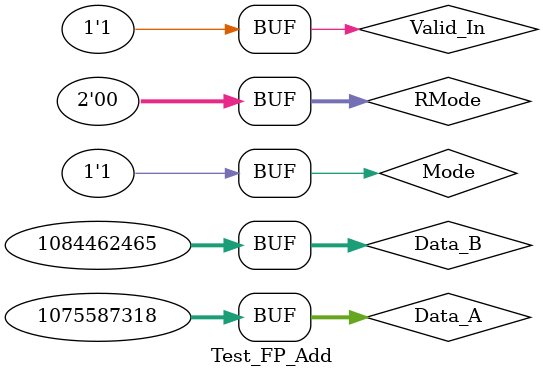
<source format=v>
`timescale 1ns/1ps
module Test_FP_Add (
    
);
    parameter CLK = 20;
    parameter Period =CLK*2 ;

    reg [31:0] Data_A, Data_B;
    reg Valid_In,Mode;
    reg [1:0] RMode;
    wire [31:0] Data_Out;
    wire Valid_Out;

    initial begin
        Valid_In = 1;
        Mode = 0;
        Data_A = 32'h401c28f6;
        Data_B = 32'h40a39581;
        RMode = 2'd0;
        #100
        Mode = 1;

    end
    FP_Adder DUT (
        .Data_A(Data_A),
        .Data_B(Data_B),
        .Valid_In(Valid_In),
        .Mode(Mode),
        .RMode(RMode),
        .Data_Out(Data_Out),
        .Valid_Out(Valid_Out)
    );

endmodule
</source>
